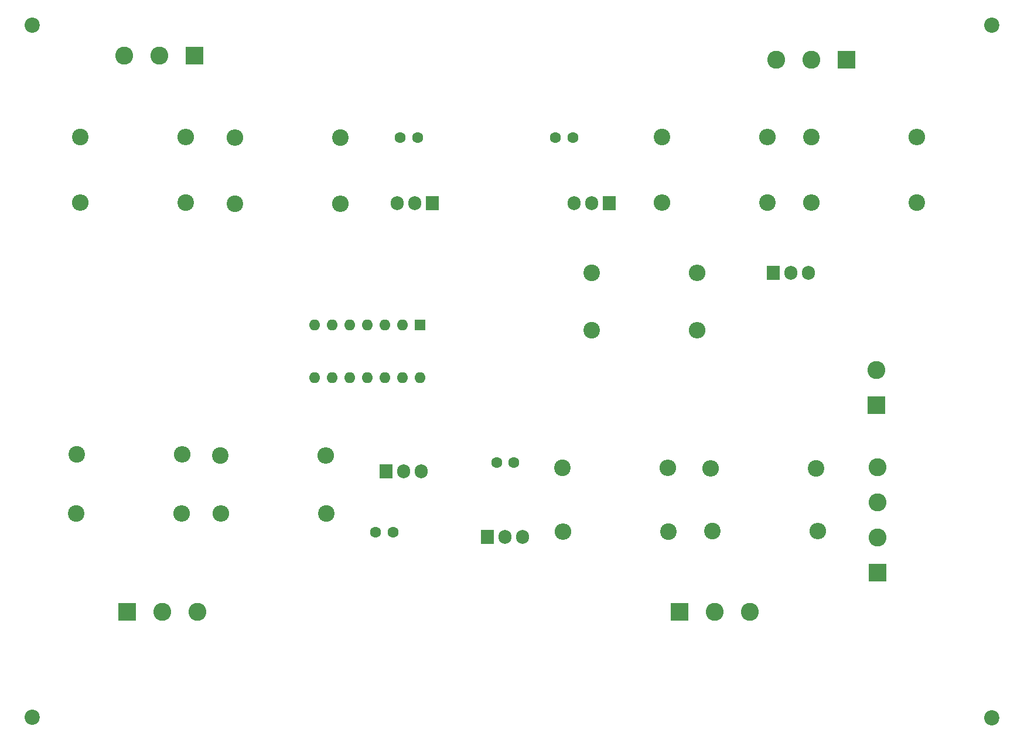
<source format=gbr>
%TF.GenerationSoftware,KiCad,Pcbnew,(6.0.0-0)*%
%TF.CreationDate,2022-02-22T13:50:16-05:00*%
%TF.ProjectId,lm224-3lows-1hi,6c6d3232-342d-4336-9c6f-77732d316869,rev?*%
%TF.SameCoordinates,Original*%
%TF.FileFunction,Soldermask,Bot*%
%TF.FilePolarity,Negative*%
%FSLAX46Y46*%
G04 Gerber Fmt 4.6, Leading zero omitted, Abs format (unit mm)*
G04 Created by KiCad (PCBNEW (6.0.0-0)) date 2022-02-22 13:50:16*
%MOMM*%
%LPD*%
G01*
G04 APERTURE LIST*
%ADD10R,1.905000X2.000000*%
%ADD11O,1.905000X2.000000*%
%ADD12C,2.200000*%
%ADD13C,2.400000*%
%ADD14O,2.400000X2.400000*%
%ADD15R,2.600000X2.600000*%
%ADD16C,2.600000*%
%ADD17C,1.600000*%
%ADD18R,1.600000X1.600000*%
%ADD19O,1.600000X1.600000*%
G04 APERTURE END LIST*
D10*
%TO.C,Q3*%
X262509000Y-38735000D03*
D11*
X265049000Y-38735000D03*
X267589000Y-38735000D03*
%TD*%
D12*
%TO.C,H1*%
X155397200Y-102971600D03*
%TD*%
%TO.C,H4*%
X294081200Y-103022400D03*
%TD*%
%TO.C,H3*%
X294081200Y-2844800D03*
%TD*%
%TO.C,H2*%
X155346400Y-2895600D03*
%TD*%
D13*
%TO.C,R11*%
X161747200Y-73456800D03*
D14*
X176987200Y-73456800D03*
%TD*%
D13*
%TO.C,R16*%
X232003600Y-66903600D03*
D14*
X247243600Y-66903600D03*
%TD*%
D15*
%TO.C,J1*%
X277419000Y-57790000D03*
D16*
X277419000Y-52710000D03*
%TD*%
D15*
%TO.C,RV2*%
X178821000Y-7315000D03*
D16*
X173741000Y-7315000D03*
X168661000Y-7315000D03*
%TD*%
D17*
%TO.C,C1*%
X231013000Y-19177000D03*
X233513000Y-19177000D03*
%TD*%
D13*
%TO.C,R5*%
X177546000Y-28575000D03*
D14*
X162306000Y-28575000D03*
%TD*%
D13*
%TO.C,R14*%
X197916800Y-73456800D03*
D14*
X182676800Y-73456800D03*
%TD*%
D13*
%TO.C,R7*%
X261620000Y-28575000D03*
D14*
X246380000Y-28575000D03*
%TD*%
D13*
%TO.C,R12*%
X253695200Y-76047600D03*
D14*
X268935200Y-76047600D03*
%TD*%
D13*
%TO.C,R15*%
X268630400Y-67005200D03*
D14*
X253390400Y-67005200D03*
%TD*%
D13*
%TO.C,R8*%
X184658000Y-28702000D03*
D14*
X199898000Y-28702000D03*
%TD*%
D13*
%TO.C,R18*%
X247345200Y-76098400D03*
D14*
X232105200Y-76098400D03*
%TD*%
D17*
%TO.C,C2*%
X208554000Y-19177000D03*
X211054000Y-19177000D03*
%TD*%
D15*
%TO.C,RV1*%
X273050000Y-7874000D03*
D16*
X267970000Y-7874000D03*
X262890000Y-7874000D03*
%TD*%
D13*
%TO.C,R2*%
X162306000Y-19050000D03*
D14*
X177546000Y-19050000D03*
%TD*%
D10*
%TO.C,Q2*%
X213233000Y-28646000D03*
D11*
X210693000Y-28646000D03*
X208153000Y-28646000D03*
%TD*%
D13*
%TO.C,R10*%
X236220000Y-38735000D03*
D14*
X251460000Y-38735000D03*
%TD*%
D13*
%TO.C,R1*%
X267970000Y-19050000D03*
D14*
X283210000Y-19050000D03*
%TD*%
D17*
%TO.C,C4*%
X224993200Y-66090800D03*
X222493200Y-66090800D03*
%TD*%
D13*
%TO.C,R17*%
X182575200Y-65074800D03*
D14*
X197815200Y-65074800D03*
%TD*%
D10*
%TO.C,Q1*%
X238760000Y-28646000D03*
D11*
X236220000Y-28646000D03*
X233680000Y-28646000D03*
%TD*%
D13*
%TO.C,R6*%
X199898000Y-19177000D03*
D14*
X184658000Y-19177000D03*
%TD*%
D17*
%TO.C,C3*%
X204998000Y-76200000D03*
X207498000Y-76200000D03*
%TD*%
D13*
%TO.C,R4*%
X246380000Y-19050000D03*
D14*
X261620000Y-19050000D03*
%TD*%
D13*
%TO.C,R3*%
X283210000Y-28575000D03*
D14*
X267970000Y-28575000D03*
%TD*%
D13*
%TO.C,R13*%
X161798000Y-64922400D03*
D14*
X177038000Y-64922400D03*
%TD*%
D10*
%TO.C,Q5*%
X221132400Y-76891000D03*
D11*
X223672400Y-76891000D03*
X226212400Y-76891000D03*
%TD*%
D15*
%TO.C,J2*%
X277546000Y-82042000D03*
D16*
X277546000Y-76962000D03*
X277546000Y-71882000D03*
X277546000Y-66802000D03*
%TD*%
D15*
%TO.C,RV3*%
X169057400Y-87731800D03*
D16*
X174137400Y-87731800D03*
X179217400Y-87731800D03*
%TD*%
D13*
%TO.C,R9*%
X236220000Y-46990000D03*
D14*
X251460000Y-46990000D03*
%TD*%
D18*
%TO.C,U1*%
X211460000Y-46238000D03*
D19*
X208920000Y-46238000D03*
X206380000Y-46238000D03*
X203840000Y-46238000D03*
X201300000Y-46238000D03*
X198760000Y-46238000D03*
X196220000Y-46238000D03*
X196220000Y-53858000D03*
X198760000Y-53858000D03*
X201300000Y-53858000D03*
X203840000Y-53858000D03*
X206380000Y-53858000D03*
X208920000Y-53858000D03*
X211460000Y-53858000D03*
%TD*%
D10*
%TO.C,Q4*%
X206552800Y-67391400D03*
D11*
X209092800Y-67391400D03*
X211632800Y-67391400D03*
%TD*%
D15*
%TO.C,RV4*%
X248965800Y-87731800D03*
D16*
X254045800Y-87731800D03*
X259125800Y-87731800D03*
%TD*%
M02*

</source>
